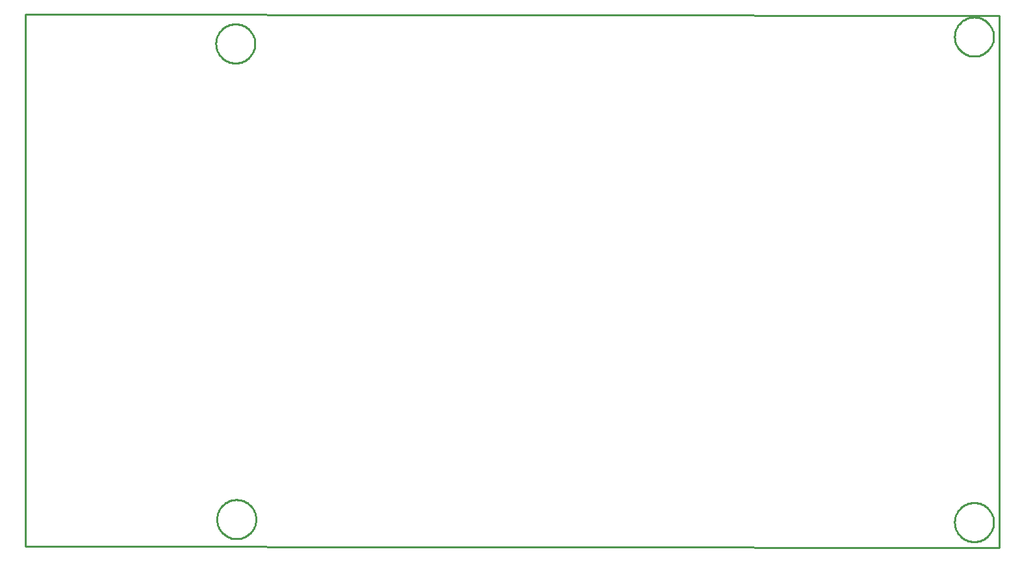
<source format=gbr>
G04 EAGLE Gerber RS-274X export*
G75*
%MOMM*%
%FSLAX34Y34*%
%LPD*%
%IN*%
%IPPOS*%
%AMOC8*
5,1,8,0,0,1.08239X$1,22.5*%
G01*
%ADD10C,0.254000*%


D10*
X-173990Y46990D02*
X1091440Y45720D01*
X1091440Y737770D01*
X-173990Y739040D01*
X-173990Y46990D01*
X1084580Y78027D02*
X1084500Y76604D01*
X1084341Y75188D01*
X1084102Y73783D01*
X1083785Y72393D01*
X1083390Y71024D01*
X1082919Y69678D01*
X1082374Y68361D01*
X1081755Y67077D01*
X1081066Y65830D01*
X1080308Y64623D01*
X1079483Y63461D01*
X1078594Y62346D01*
X1077644Y61283D01*
X1076637Y60276D01*
X1075574Y59326D01*
X1074459Y58437D01*
X1073297Y57612D01*
X1072090Y56854D01*
X1070843Y56165D01*
X1069559Y55546D01*
X1068242Y55001D01*
X1066896Y54530D01*
X1065527Y54135D01*
X1064137Y53818D01*
X1062732Y53580D01*
X1061316Y53420D01*
X1059893Y53340D01*
X1058467Y53340D01*
X1057044Y53420D01*
X1055628Y53580D01*
X1054223Y53818D01*
X1052833Y54135D01*
X1051464Y54530D01*
X1050118Y55001D01*
X1048801Y55546D01*
X1047517Y56165D01*
X1046270Y56854D01*
X1045063Y57612D01*
X1043901Y58437D01*
X1042786Y59326D01*
X1041723Y60276D01*
X1040716Y61283D01*
X1039766Y62346D01*
X1038877Y63461D01*
X1038052Y64623D01*
X1037294Y65830D01*
X1036605Y67077D01*
X1035986Y68361D01*
X1035441Y69678D01*
X1034970Y71024D01*
X1034575Y72393D01*
X1034258Y73783D01*
X1034020Y75188D01*
X1033860Y76604D01*
X1033780Y78027D01*
X1033780Y79453D01*
X1033860Y80876D01*
X1034020Y82292D01*
X1034258Y83697D01*
X1034575Y85087D01*
X1034970Y86456D01*
X1035441Y87802D01*
X1035986Y89119D01*
X1036605Y90403D01*
X1037294Y91650D01*
X1038052Y92857D01*
X1038877Y94019D01*
X1039766Y95134D01*
X1040716Y96197D01*
X1041723Y97204D01*
X1042786Y98154D01*
X1043901Y99043D01*
X1045063Y99868D01*
X1046270Y100626D01*
X1047517Y101315D01*
X1048801Y101934D01*
X1050118Y102479D01*
X1051464Y102950D01*
X1052833Y103345D01*
X1054223Y103662D01*
X1055628Y103901D01*
X1057044Y104060D01*
X1058467Y104140D01*
X1059893Y104140D01*
X1061316Y104060D01*
X1062732Y103901D01*
X1064137Y103662D01*
X1065527Y103345D01*
X1066896Y102950D01*
X1068242Y102479D01*
X1069559Y101934D01*
X1070843Y101315D01*
X1072090Y100626D01*
X1073297Y99868D01*
X1074459Y99043D01*
X1075574Y98154D01*
X1076637Y97204D01*
X1077644Y96197D01*
X1078594Y95134D01*
X1079483Y94019D01*
X1080308Y92857D01*
X1081066Y91650D01*
X1081755Y90403D01*
X1082374Y89119D01*
X1082919Y87802D01*
X1083390Y86456D01*
X1083785Y85087D01*
X1084102Y83697D01*
X1084341Y82292D01*
X1084500Y80876D01*
X1084580Y79453D01*
X1084580Y78027D01*
X125730Y81837D02*
X125650Y80414D01*
X125491Y78998D01*
X125252Y77593D01*
X124935Y76203D01*
X124540Y74834D01*
X124069Y73488D01*
X123524Y72171D01*
X122905Y70887D01*
X122216Y69640D01*
X121458Y68433D01*
X120633Y67271D01*
X119744Y66156D01*
X118794Y65093D01*
X117787Y64086D01*
X116724Y63136D01*
X115609Y62247D01*
X114447Y61422D01*
X113240Y60664D01*
X111993Y59975D01*
X110709Y59356D01*
X109392Y58811D01*
X108046Y58340D01*
X106677Y57945D01*
X105287Y57628D01*
X103882Y57390D01*
X102466Y57230D01*
X101043Y57150D01*
X99617Y57150D01*
X98194Y57230D01*
X96778Y57390D01*
X95373Y57628D01*
X93983Y57945D01*
X92614Y58340D01*
X91268Y58811D01*
X89951Y59356D01*
X88667Y59975D01*
X87420Y60664D01*
X86213Y61422D01*
X85051Y62247D01*
X83936Y63136D01*
X82873Y64086D01*
X81866Y65093D01*
X80916Y66156D01*
X80027Y67271D01*
X79202Y68433D01*
X78444Y69640D01*
X77755Y70887D01*
X77136Y72171D01*
X76591Y73488D01*
X76120Y74834D01*
X75725Y76203D01*
X75408Y77593D01*
X75170Y78998D01*
X75010Y80414D01*
X74930Y81837D01*
X74930Y83263D01*
X75010Y84686D01*
X75170Y86102D01*
X75408Y87507D01*
X75725Y88897D01*
X76120Y90266D01*
X76591Y91612D01*
X77136Y92929D01*
X77755Y94213D01*
X78444Y95460D01*
X79202Y96667D01*
X80027Y97829D01*
X80916Y98944D01*
X81866Y100007D01*
X82873Y101014D01*
X83936Y101964D01*
X85051Y102853D01*
X86213Y103678D01*
X87420Y104436D01*
X88667Y105125D01*
X89951Y105744D01*
X91268Y106289D01*
X92614Y106760D01*
X93983Y107155D01*
X95373Y107472D01*
X96778Y107711D01*
X98194Y107870D01*
X99617Y107950D01*
X101043Y107950D01*
X102466Y107870D01*
X103882Y107711D01*
X105287Y107472D01*
X106677Y107155D01*
X108046Y106760D01*
X109392Y106289D01*
X110709Y105744D01*
X111993Y105125D01*
X113240Y104436D01*
X114447Y103678D01*
X115609Y102853D01*
X116724Y101964D01*
X117787Y101014D01*
X118794Y100007D01*
X119744Y98944D01*
X120633Y97829D01*
X121458Y96667D01*
X122216Y95460D01*
X122905Y94213D01*
X123524Y92929D01*
X124069Y91612D01*
X124540Y90266D01*
X124935Y88897D01*
X125252Y87507D01*
X125491Y86102D01*
X125650Y84686D01*
X125730Y83263D01*
X125730Y81837D01*
X124460Y700327D02*
X124380Y698904D01*
X124221Y697488D01*
X123982Y696083D01*
X123665Y694693D01*
X123270Y693324D01*
X122799Y691978D01*
X122254Y690661D01*
X121635Y689377D01*
X120946Y688130D01*
X120188Y686923D01*
X119363Y685761D01*
X118474Y684646D01*
X117524Y683583D01*
X116517Y682576D01*
X115454Y681626D01*
X114339Y680737D01*
X113177Y679912D01*
X111970Y679154D01*
X110723Y678465D01*
X109439Y677846D01*
X108122Y677301D01*
X106776Y676830D01*
X105407Y676435D01*
X104017Y676118D01*
X102612Y675880D01*
X101196Y675720D01*
X99773Y675640D01*
X98347Y675640D01*
X96924Y675720D01*
X95508Y675880D01*
X94103Y676118D01*
X92713Y676435D01*
X91344Y676830D01*
X89998Y677301D01*
X88681Y677846D01*
X87397Y678465D01*
X86150Y679154D01*
X84943Y679912D01*
X83781Y680737D01*
X82666Y681626D01*
X81603Y682576D01*
X80596Y683583D01*
X79646Y684646D01*
X78757Y685761D01*
X77932Y686923D01*
X77174Y688130D01*
X76485Y689377D01*
X75866Y690661D01*
X75321Y691978D01*
X74850Y693324D01*
X74455Y694693D01*
X74138Y696083D01*
X73900Y697488D01*
X73740Y698904D01*
X73660Y700327D01*
X73660Y701753D01*
X73740Y703176D01*
X73900Y704592D01*
X74138Y705997D01*
X74455Y707387D01*
X74850Y708756D01*
X75321Y710102D01*
X75866Y711419D01*
X76485Y712703D01*
X77174Y713950D01*
X77932Y715157D01*
X78757Y716319D01*
X79646Y717434D01*
X80596Y718497D01*
X81603Y719504D01*
X82666Y720454D01*
X83781Y721343D01*
X84943Y722168D01*
X86150Y722926D01*
X87397Y723615D01*
X88681Y724234D01*
X89998Y724779D01*
X91344Y725250D01*
X92713Y725645D01*
X94103Y725962D01*
X95508Y726201D01*
X96924Y726360D01*
X98347Y726440D01*
X99773Y726440D01*
X101196Y726360D01*
X102612Y726201D01*
X104017Y725962D01*
X105407Y725645D01*
X106776Y725250D01*
X108122Y724779D01*
X109439Y724234D01*
X110723Y723615D01*
X111970Y722926D01*
X113177Y722168D01*
X114339Y721343D01*
X115454Y720454D01*
X116517Y719504D01*
X117524Y718497D01*
X118474Y717434D01*
X119363Y716319D01*
X120188Y715157D01*
X120946Y713950D01*
X121635Y712703D01*
X122254Y711419D01*
X122799Y710102D01*
X123270Y708756D01*
X123665Y707387D01*
X123982Y705997D01*
X124221Y704592D01*
X124380Y703176D01*
X124460Y701753D01*
X124460Y700327D01*
X1084580Y709217D02*
X1084500Y707794D01*
X1084341Y706378D01*
X1084102Y704973D01*
X1083785Y703583D01*
X1083390Y702214D01*
X1082919Y700868D01*
X1082374Y699551D01*
X1081755Y698267D01*
X1081066Y697020D01*
X1080308Y695813D01*
X1079483Y694651D01*
X1078594Y693536D01*
X1077644Y692473D01*
X1076637Y691466D01*
X1075574Y690516D01*
X1074459Y689627D01*
X1073297Y688802D01*
X1072090Y688044D01*
X1070843Y687355D01*
X1069559Y686736D01*
X1068242Y686191D01*
X1066896Y685720D01*
X1065527Y685325D01*
X1064137Y685008D01*
X1062732Y684770D01*
X1061316Y684610D01*
X1059893Y684530D01*
X1058467Y684530D01*
X1057044Y684610D01*
X1055628Y684770D01*
X1054223Y685008D01*
X1052833Y685325D01*
X1051464Y685720D01*
X1050118Y686191D01*
X1048801Y686736D01*
X1047517Y687355D01*
X1046270Y688044D01*
X1045063Y688802D01*
X1043901Y689627D01*
X1042786Y690516D01*
X1041723Y691466D01*
X1040716Y692473D01*
X1039766Y693536D01*
X1038877Y694651D01*
X1038052Y695813D01*
X1037294Y697020D01*
X1036605Y698267D01*
X1035986Y699551D01*
X1035441Y700868D01*
X1034970Y702214D01*
X1034575Y703583D01*
X1034258Y704973D01*
X1034020Y706378D01*
X1033860Y707794D01*
X1033780Y709217D01*
X1033780Y710643D01*
X1033860Y712066D01*
X1034020Y713482D01*
X1034258Y714887D01*
X1034575Y716277D01*
X1034970Y717646D01*
X1035441Y718992D01*
X1035986Y720309D01*
X1036605Y721593D01*
X1037294Y722840D01*
X1038052Y724047D01*
X1038877Y725209D01*
X1039766Y726324D01*
X1040716Y727387D01*
X1041723Y728394D01*
X1042786Y729344D01*
X1043901Y730233D01*
X1045063Y731058D01*
X1046270Y731816D01*
X1047517Y732505D01*
X1048801Y733124D01*
X1050118Y733669D01*
X1051464Y734140D01*
X1052833Y734535D01*
X1054223Y734852D01*
X1055628Y735091D01*
X1057044Y735250D01*
X1058467Y735330D01*
X1059893Y735330D01*
X1061316Y735250D01*
X1062732Y735091D01*
X1064137Y734852D01*
X1065527Y734535D01*
X1066896Y734140D01*
X1068242Y733669D01*
X1069559Y733124D01*
X1070843Y732505D01*
X1072090Y731816D01*
X1073297Y731058D01*
X1074459Y730233D01*
X1075574Y729344D01*
X1076637Y728394D01*
X1077644Y727387D01*
X1078594Y726324D01*
X1079483Y725209D01*
X1080308Y724047D01*
X1081066Y722840D01*
X1081755Y721593D01*
X1082374Y720309D01*
X1082919Y718992D01*
X1083390Y717646D01*
X1083785Y716277D01*
X1084102Y714887D01*
X1084341Y713482D01*
X1084500Y712066D01*
X1084580Y710643D01*
X1084580Y709217D01*
M02*

</source>
